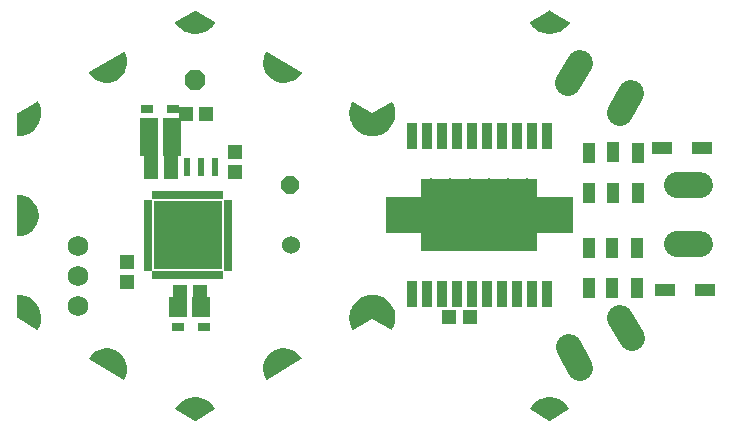
<source format=gbr>
G04 EAGLE Gerber RS-274X export*
G75*
%MOMM*%
%FSLAX34Y34*%
%LPD*%
%INSoldermask Bottom*%
%IPPOS*%
%AMOC8*
5,1,8,0,0,1.08239X$1,22.5*%
G01*
%ADD10R,0.603200X1.603197*%
%ADD11C,1.203200*%
%ADD12R,0.500381X0.753200*%
%ADD13R,0.753200X0.500381*%
%ADD14R,5.803200X5.803200*%
%ADD15P,1.869504X8X22.500000*%
%ADD16R,1.303200X1.203200*%
%ADD17R,1.203200X1.303200*%
%ADD18R,1.503200X1.703200*%
%ADD19C,1.727200*%
%ADD20R,0.903200X2.203200*%
%ADD21R,9.803200X6.203200*%
%ADD22R,3.253200X3.103200*%
%ADD23C,2.184400*%
%ADD24P,1.649562X8X113.700000*%
%ADD25C,1.524000*%
%ADD26R,1.003200X0.703200*%
%ADD27R,1.003200X1.803200*%
%ADD28R,1.803200X1.003200*%
%ADD29C,1.503200*%

G36*
X8Y154416D02*
X8Y154416D01*
X21Y154415D01*
X3071Y154657D01*
X3104Y154667D01*
X3150Y154670D01*
X6122Y155399D01*
X6153Y155413D01*
X6198Y155424D01*
X6262Y155451D01*
X7438Y155951D01*
X8614Y156450D01*
X9015Y156620D01*
X9043Y156639D01*
X9086Y156657D01*
X11674Y158290D01*
X11699Y158313D01*
X11738Y158338D01*
X14031Y160364D01*
X14052Y160391D01*
X14087Y160422D01*
X16025Y162790D01*
X16041Y162820D01*
X16071Y162856D01*
X17604Y165504D01*
X17615Y165536D01*
X17638Y165577D01*
X17691Y165716D01*
X17692Y165716D01*
X17692Y165717D01*
X18452Y167713D01*
X18452Y167714D01*
X18642Y168213D01*
X18727Y168436D01*
X18732Y168470D01*
X18749Y168514D01*
X19365Y171511D01*
X19365Y171545D01*
X19375Y171591D01*
X19501Y174648D01*
X19496Y174681D01*
X19498Y174728D01*
X19133Y177766D01*
X19123Y177798D01*
X19117Y177845D01*
X18269Y180785D01*
X18254Y180815D01*
X18241Y180860D01*
X16933Y183626D01*
X16915Y183649D01*
X16905Y183676D01*
X16856Y183728D01*
X16813Y183785D01*
X16789Y183800D01*
X16769Y183820D01*
X16703Y183849D01*
X16642Y183885D01*
X16613Y183889D01*
X16587Y183900D01*
X16515Y183901D01*
X16444Y183910D01*
X16417Y183903D01*
X16388Y183903D01*
X16294Y183868D01*
X16253Y183857D01*
X16245Y183850D01*
X16232Y183845D01*
X-19Y174489D01*
X-16270Y183845D01*
X-16297Y183854D01*
X-16320Y183871D01*
X-16391Y183885D01*
X-16458Y183908D01*
X-16487Y183906D01*
X-16515Y183912D01*
X-16585Y183898D01*
X-16657Y183892D01*
X-16682Y183879D01*
X-16710Y183874D01*
X-16769Y183834D01*
X-16833Y183801D01*
X-16851Y183778D01*
X-16875Y183762D01*
X-16933Y183680D01*
X-16959Y183647D01*
X-16962Y183637D01*
X-16970Y183626D01*
X-18279Y180860D01*
X-18287Y180827D01*
X-18307Y180785D01*
X-19155Y177845D01*
X-19157Y177811D01*
X-19171Y177766D01*
X-19536Y174728D01*
X-19533Y174694D01*
X-19539Y174648D01*
X-19412Y171591D01*
X-19404Y171558D01*
X-19402Y171511D01*
X-18787Y168514D01*
X-18773Y168482D01*
X-18764Y168436D01*
X-17676Y165577D01*
X-17658Y165548D01*
X-17641Y165504D01*
X-16108Y162856D01*
X-16086Y162831D01*
X-16062Y162790D01*
X-14124Y160422D01*
X-14098Y160401D01*
X-14069Y160364D01*
X-11776Y158338D01*
X-11747Y158321D01*
X-11712Y158290D01*
X-9124Y156657D01*
X-9092Y156645D01*
X-9052Y156620D01*
X-6236Y155424D01*
X-6203Y155417D01*
X-6160Y155399D01*
X-3188Y154670D01*
X-3154Y154669D01*
X-3109Y154657D01*
X-58Y154415D01*
X-30Y154418D01*
X-2Y154414D01*
X8Y154416D01*
G37*
G36*
X16548Y-9273D02*
X16548Y-9273D01*
X16619Y-9267D01*
X16644Y-9254D01*
X16673Y-9249D01*
X16732Y-9209D01*
X16795Y-9176D01*
X16814Y-9153D01*
X16837Y-9137D01*
X16895Y-9055D01*
X16922Y-9022D01*
X16925Y-9012D01*
X16933Y-9001D01*
X18241Y-6235D01*
X18249Y-6202D01*
X18269Y-6160D01*
X19117Y-3220D01*
X19120Y-3186D01*
X19133Y-3141D01*
X19498Y-103D01*
X19496Y-69D01*
X19501Y-23D01*
X19375Y3034D01*
X19366Y3067D01*
X19365Y3114D01*
X18749Y6111D01*
X18736Y6143D01*
X18727Y6189D01*
X17638Y9048D01*
X17620Y9077D01*
X17604Y9121D01*
X16071Y11769D01*
X16048Y11794D01*
X16025Y11835D01*
X14087Y14203D01*
X14061Y14224D01*
X14031Y14261D01*
X11738Y16287D01*
X11709Y16304D01*
X11674Y16335D01*
X9086Y17968D01*
X9054Y17980D01*
X9015Y18005D01*
X6198Y19201D01*
X6165Y19208D01*
X6122Y19226D01*
X3150Y19955D01*
X3116Y19956D01*
X3071Y19968D01*
X21Y20210D01*
X-7Y20207D01*
X-35Y20211D01*
X-45Y20209D01*
X-58Y20210D01*
X-3109Y19968D01*
X-3141Y19958D01*
X-3188Y19955D01*
X-6160Y19226D01*
X-6190Y19212D01*
X-6236Y19201D01*
X-6400Y19131D01*
X-7576Y18632D01*
X-8752Y18132D01*
X-9052Y18005D01*
X-9080Y17986D01*
X-9124Y17968D01*
X-11712Y16335D01*
X-11736Y16312D01*
X-11776Y16287D01*
X-14069Y14261D01*
X-14089Y14234D01*
X-14124Y14203D01*
X-16062Y11835D01*
X-16078Y11805D01*
X-16108Y11769D01*
X-17641Y9121D01*
X-17652Y9089D01*
X-17676Y9048D01*
X-18764Y6189D01*
X-18770Y6155D01*
X-18787Y6111D01*
X-19402Y3114D01*
X-19402Y3080D01*
X-19412Y3034D01*
X-19539Y-23D01*
X-19534Y-56D01*
X-19536Y-103D01*
X-19171Y-3141D01*
X-19160Y-3173D01*
X-19155Y-3220D01*
X-18307Y-6160D01*
X-18291Y-6190D01*
X-18279Y-6235D01*
X-16970Y-9001D01*
X-16953Y-9024D01*
X-16943Y-9051D01*
X-16894Y-9103D01*
X-16851Y-9160D01*
X-16826Y-9175D01*
X-16807Y-9195D01*
X-16741Y-9224D01*
X-16679Y-9260D01*
X-16651Y-9264D01*
X-16624Y-9275D01*
X-16553Y-9276D01*
X-16482Y-9285D01*
X-16454Y-9278D01*
X-16426Y-9278D01*
X-16331Y-9243D01*
X-16290Y-9232D01*
X-16282Y-9225D01*
X-16270Y-9220D01*
X-19Y136D01*
X16232Y-9220D01*
X16259Y-9229D01*
X16283Y-9246D01*
X16353Y-9260D01*
X16421Y-9283D01*
X16449Y-9281D01*
X16477Y-9287D01*
X16548Y-9273D01*
G37*
G36*
X-299991Y69816D02*
X-299991Y69816D01*
X-299978Y69815D01*
X-297179Y70047D01*
X-297146Y70057D01*
X-297098Y70060D01*
X-294376Y70750D01*
X-294345Y70765D01*
X-294298Y70776D01*
X-291727Y71904D01*
X-291699Y71924D01*
X-291655Y71943D01*
X-289304Y73479D01*
X-289279Y73504D01*
X-289239Y73530D01*
X-287173Y75431D01*
X-287161Y75448D01*
X-287148Y75457D01*
X-287138Y75473D01*
X-287117Y75492D01*
X-285393Y77708D01*
X-285378Y77739D01*
X-285348Y77777D01*
X-284012Y80246D01*
X-284001Y80279D01*
X-283978Y80322D01*
X-283067Y82977D01*
X-283062Y83012D01*
X-283047Y83057D01*
X-282584Y85826D01*
X-282586Y85861D01*
X-282578Y85909D01*
X-282578Y88716D01*
X-282584Y88750D01*
X-282584Y88799D01*
X-283047Y91568D01*
X-283059Y91600D01*
X-283067Y91648D01*
X-283978Y94303D01*
X-283996Y94333D01*
X-284012Y94379D01*
X-285348Y96848D01*
X-285370Y96875D01*
X-285393Y96917D01*
X-287117Y99133D01*
X-287144Y99156D01*
X-287173Y99194D01*
X-289239Y101095D01*
X-289269Y101113D01*
X-289304Y101146D01*
X-291655Y102682D01*
X-291687Y102694D01*
X-291727Y102721D01*
X-294298Y103849D01*
X-294332Y103856D01*
X-294376Y103875D01*
X-297098Y104565D01*
X-297133Y104566D01*
X-297179Y104578D01*
X-299978Y104810D01*
X-300006Y104807D01*
X-300035Y104811D01*
X-300104Y104795D01*
X-300175Y104787D01*
X-300200Y104772D01*
X-300229Y104765D01*
X-300286Y104723D01*
X-300348Y104688D01*
X-300365Y104665D01*
X-300389Y104648D01*
X-300425Y104587D01*
X-300468Y104530D01*
X-300475Y104502D01*
X-300490Y104477D01*
X-300507Y104378D01*
X-300517Y104337D01*
X-300516Y104326D01*
X-300518Y104313D01*
X-300518Y70313D01*
X-300512Y70284D01*
X-300515Y70255D01*
X-300493Y70187D01*
X-300478Y70118D01*
X-300462Y70094D01*
X-300453Y70066D01*
X-300406Y70012D01*
X-300366Y69954D01*
X-300341Y69938D01*
X-300322Y69916D01*
X-300258Y69885D01*
X-300198Y69847D01*
X-300170Y69842D01*
X-300143Y69829D01*
X-300044Y69821D01*
X-300002Y69814D01*
X-299991Y69816D01*
G37*
G36*
X-210253Y-51573D02*
X-210253Y-51573D01*
X-210182Y-51568D01*
X-210156Y-51554D01*
X-210127Y-51549D01*
X-210069Y-51509D01*
X-210005Y-51476D01*
X-209987Y-51454D01*
X-209963Y-51437D01*
X-209906Y-51356D01*
X-209879Y-51323D01*
X-209875Y-51312D01*
X-209867Y-51301D01*
X-208669Y-48765D01*
X-208661Y-48732D01*
X-208640Y-48688D01*
X-207875Y-45990D01*
X-207872Y-45956D01*
X-207859Y-45909D01*
X-207549Y-43122D01*
X-207551Y-43093D01*
X-207550Y-43083D01*
X-207551Y-43078D01*
X-207546Y-43039D01*
X-207699Y-40239D01*
X-207708Y-40206D01*
X-207710Y-40157D01*
X-208322Y-37420D01*
X-208336Y-37389D01*
X-208346Y-37342D01*
X-209400Y-34743D01*
X-209419Y-34714D01*
X-209437Y-34669D01*
X-210904Y-32279D01*
X-210928Y-32253D01*
X-210953Y-32212D01*
X-212794Y-30096D01*
X-212821Y-30075D01*
X-212853Y-30039D01*
X-215016Y-28254D01*
X-215047Y-28238D01*
X-215084Y-28207D01*
X-217512Y-26804D01*
X-217545Y-26793D01*
X-217586Y-26768D01*
X-220212Y-25783D01*
X-220246Y-25778D01*
X-220291Y-25761D01*
X-223044Y-25221D01*
X-223078Y-25222D01*
X-223126Y-25212D01*
X-225929Y-25133D01*
X-225963Y-25139D01*
X-226011Y-25138D01*
X-228789Y-25521D01*
X-228822Y-25532D01*
X-228870Y-25539D01*
X-231547Y-26374D01*
X-231578Y-26391D01*
X-231623Y-26405D01*
X-234127Y-27670D01*
X-234154Y-27691D01*
X-234197Y-27713D01*
X-236458Y-29373D01*
X-236481Y-29398D01*
X-236520Y-29427D01*
X-238477Y-31436D01*
X-238496Y-31465D01*
X-238529Y-31499D01*
X-240129Y-33803D01*
X-240140Y-33830D01*
X-240159Y-33852D01*
X-240179Y-33920D01*
X-240207Y-33985D01*
X-240208Y-34015D01*
X-240216Y-34043D01*
X-240208Y-34113D01*
X-240209Y-34184D01*
X-240197Y-34211D01*
X-240194Y-34240D01*
X-240159Y-34302D01*
X-240132Y-34368D01*
X-240111Y-34388D01*
X-240097Y-34414D01*
X-240020Y-34477D01*
X-239990Y-34507D01*
X-239979Y-34511D01*
X-239969Y-34520D01*
X-210569Y-51520D01*
X-210541Y-51529D01*
X-210517Y-51546D01*
X-210448Y-51560D01*
X-210380Y-51583D01*
X-210351Y-51581D01*
X-210323Y-51587D01*
X-210253Y-51573D01*
G37*
G36*
X-223126Y199837D02*
X-223126Y199837D01*
X-223092Y199845D01*
X-223044Y199846D01*
X-220291Y200386D01*
X-220259Y200399D01*
X-220212Y200408D01*
X-217586Y201393D01*
X-217557Y201412D01*
X-217512Y201429D01*
X-215084Y202832D01*
X-215058Y202855D01*
X-215016Y202879D01*
X-212853Y204664D01*
X-212831Y204691D01*
X-212794Y204721D01*
X-210953Y206837D01*
X-210936Y206868D01*
X-210904Y206904D01*
X-209437Y209294D01*
X-209425Y209327D01*
X-209400Y209368D01*
X-208346Y211967D01*
X-208340Y212001D01*
X-208322Y212045D01*
X-207710Y214782D01*
X-207710Y214817D01*
X-207699Y214864D01*
X-207546Y217664D01*
X-207551Y217699D01*
X-207549Y217747D01*
X-207859Y220534D01*
X-207870Y220567D01*
X-207875Y220615D01*
X-208640Y223313D01*
X-208656Y223344D01*
X-208669Y223390D01*
X-209867Y225926D01*
X-209885Y225949D01*
X-209895Y225977D01*
X-209944Y226028D01*
X-209986Y226085D01*
X-210012Y226100D01*
X-210032Y226121D01*
X-210097Y226149D01*
X-210158Y226185D01*
X-210187Y226189D01*
X-210214Y226201D01*
X-210285Y226201D01*
X-210356Y226210D01*
X-210384Y226203D01*
X-210413Y226203D01*
X-210506Y226168D01*
X-210547Y226157D01*
X-210556Y226150D01*
X-210569Y226145D01*
X-239969Y209145D01*
X-239990Y209125D01*
X-240017Y209113D01*
X-240064Y209060D01*
X-240118Y209013D01*
X-240130Y208987D01*
X-240150Y208965D01*
X-240173Y208897D01*
X-240203Y208833D01*
X-240204Y208804D01*
X-240214Y208777D01*
X-240209Y208706D01*
X-240212Y208635D01*
X-240202Y208607D01*
X-240200Y208578D01*
X-240157Y208488D01*
X-240142Y208448D01*
X-240135Y208440D01*
X-240129Y208428D01*
X-238529Y206124D01*
X-238504Y206100D01*
X-238477Y206061D01*
X-236520Y204052D01*
X-236491Y204032D01*
X-236458Y203998D01*
X-234197Y202338D01*
X-234165Y202324D01*
X-234127Y202295D01*
X-231623Y201030D01*
X-231590Y201021D01*
X-231547Y200999D01*
X-228870Y200164D01*
X-228835Y200160D01*
X-228789Y200146D01*
X-226011Y199763D01*
X-225977Y199765D01*
X-225929Y199758D01*
X-223126Y199837D01*
G37*
G36*
X-89654Y-51578D02*
X-89654Y-51578D01*
X-89625Y-51578D01*
X-89532Y-51543D01*
X-89491Y-51532D01*
X-89482Y-51525D01*
X-89469Y-51520D01*
X-60069Y-34520D01*
X-60047Y-34500D01*
X-60021Y-34488D01*
X-59973Y-34435D01*
X-59920Y-34388D01*
X-59907Y-34362D01*
X-59888Y-34340D01*
X-59865Y-34272D01*
X-59834Y-34208D01*
X-59833Y-34179D01*
X-59824Y-34152D01*
X-59829Y-34081D01*
X-59826Y-34010D01*
X-59836Y-33982D01*
X-59838Y-33953D01*
X-59880Y-33863D01*
X-59895Y-33823D01*
X-59903Y-33815D01*
X-59909Y-33803D01*
X-61508Y-31499D01*
X-61533Y-31475D01*
X-61561Y-31436D01*
X-63518Y-29427D01*
X-63546Y-29407D01*
X-63580Y-29373D01*
X-65841Y-27713D01*
X-65872Y-27699D01*
X-65911Y-27670D01*
X-68414Y-26405D01*
X-68447Y-26396D01*
X-68490Y-26374D01*
X-71168Y-25539D01*
X-71202Y-25535D01*
X-71248Y-25521D01*
X-74026Y-25138D01*
X-74061Y-25140D01*
X-74109Y-25133D01*
X-76912Y-25212D01*
X-76946Y-25220D01*
X-76994Y-25221D01*
X-79746Y-25761D01*
X-79778Y-25774D01*
X-79825Y-25783D01*
X-82451Y-26768D01*
X-82481Y-26787D01*
X-82526Y-26804D01*
X-84954Y-28207D01*
X-84980Y-28230D01*
X-85021Y-28254D01*
X-87185Y-30039D01*
X-87207Y-30066D01*
X-87244Y-30096D01*
X-89084Y-32212D01*
X-89102Y-32243D01*
X-89133Y-32279D01*
X-90600Y-34669D01*
X-90612Y-34702D01*
X-90638Y-34743D01*
X-91691Y-37342D01*
X-91698Y-37376D01*
X-91716Y-37420D01*
X-92327Y-40157D01*
X-92328Y-40192D01*
X-92338Y-40239D01*
X-92491Y-43039D01*
X-92486Y-43074D01*
X-92489Y-43122D01*
X-92178Y-45909D01*
X-92168Y-45942D01*
X-92163Y-45990D01*
X-91398Y-48688D01*
X-91382Y-48719D01*
X-91369Y-48765D01*
X-90170Y-51301D01*
X-90153Y-51324D01*
X-90142Y-51352D01*
X-90094Y-51403D01*
X-90051Y-51460D01*
X-90026Y-51475D01*
X-90006Y-51496D01*
X-89941Y-51524D01*
X-89879Y-51560D01*
X-89850Y-51564D01*
X-89824Y-51576D01*
X-89753Y-51576D01*
X-89682Y-51585D01*
X-89654Y-51578D01*
G37*
G36*
X-74074Y199764D02*
X-74074Y199764D01*
X-74026Y199763D01*
X-71248Y200146D01*
X-71215Y200157D01*
X-71168Y200164D01*
X-68490Y200999D01*
X-68460Y201016D01*
X-68414Y201030D01*
X-65911Y202295D01*
X-65884Y202316D01*
X-65841Y202338D01*
X-63580Y203998D01*
X-63557Y204023D01*
X-63518Y204052D01*
X-61561Y206061D01*
X-61542Y206090D01*
X-61508Y206124D01*
X-59909Y208428D01*
X-59897Y208455D01*
X-59879Y208477D01*
X-59858Y208545D01*
X-59830Y208610D01*
X-59830Y208640D01*
X-59822Y208668D01*
X-59829Y208738D01*
X-59829Y208809D01*
X-59840Y208836D01*
X-59843Y208865D01*
X-59878Y208927D01*
X-59906Y208993D01*
X-59926Y209013D01*
X-59941Y209039D01*
X-60017Y209102D01*
X-60048Y209132D01*
X-60058Y209136D01*
X-60069Y209145D01*
X-89469Y226145D01*
X-89497Y226154D01*
X-89520Y226171D01*
X-89590Y226185D01*
X-89657Y226208D01*
X-89686Y226206D01*
X-89715Y226212D01*
X-89785Y226198D01*
X-89856Y226193D01*
X-89882Y226179D01*
X-89910Y226174D01*
X-89969Y226134D01*
X-90032Y226101D01*
X-90051Y226079D01*
X-90075Y226062D01*
X-90132Y225981D01*
X-90159Y225948D01*
X-90162Y225937D01*
X-90170Y225926D01*
X-91369Y223390D01*
X-91377Y223357D01*
X-91398Y223313D01*
X-92163Y220615D01*
X-92165Y220581D01*
X-92178Y220534D01*
X-92489Y217747D01*
X-92486Y217719D01*
X-92487Y217714D01*
X-92486Y217709D01*
X-92491Y217664D01*
X-92338Y214864D01*
X-92330Y214831D01*
X-92327Y214782D01*
X-91716Y212045D01*
X-91702Y212014D01*
X-91691Y211967D01*
X-90638Y209368D01*
X-90618Y209339D01*
X-90600Y209294D01*
X-89133Y206904D01*
X-89110Y206878D01*
X-89084Y206837D01*
X-87244Y204721D01*
X-87216Y204700D01*
X-87185Y204664D01*
X-85021Y202879D01*
X-84991Y202863D01*
X-84954Y202832D01*
X-82526Y201429D01*
X-82493Y201418D01*
X-82451Y201393D01*
X-79825Y200408D01*
X-79791Y200403D01*
X-79746Y200386D01*
X-76994Y199846D01*
X-76959Y199847D01*
X-76912Y199837D01*
X-74109Y199758D01*
X-74074Y199764D01*
G37*
G36*
X-300010Y154377D02*
X-300010Y154377D01*
X-299997Y154375D01*
X-296941Y154622D01*
X-296908Y154632D01*
X-296861Y154635D01*
X-293884Y155369D01*
X-293854Y155383D01*
X-293808Y155394D01*
X-290987Y156596D01*
X-290959Y156615D01*
X-290916Y156633D01*
X-288325Y158272D01*
X-288300Y158296D01*
X-288260Y158321D01*
X-285965Y160354D01*
X-285945Y160381D01*
X-285910Y160412D01*
X-283970Y162787D01*
X-283955Y162817D01*
X-283925Y162853D01*
X-282392Y165508D01*
X-282381Y165541D01*
X-282357Y165581D01*
X-281270Y168448D01*
X-281264Y168481D01*
X-281248Y168525D01*
X-280634Y171529D01*
X-280634Y171563D01*
X-280625Y171609D01*
X-280501Y174673D01*
X-280507Y174706D01*
X-280504Y174753D01*
X-280874Y177797D01*
X-280885Y177829D01*
X-280890Y177876D01*
X-281743Y180821D01*
X-281759Y180851D01*
X-281772Y180896D01*
X-283086Y183666D01*
X-283103Y183689D01*
X-283114Y183716D01*
X-283163Y183768D01*
X-283205Y183825D01*
X-283230Y183840D01*
X-283250Y183861D01*
X-283316Y183889D01*
X-283377Y183925D01*
X-283406Y183929D01*
X-283433Y183940D01*
X-283504Y183941D01*
X-283575Y183950D01*
X-283603Y183942D01*
X-283631Y183942D01*
X-283725Y183907D01*
X-283766Y183896D01*
X-283775Y183889D01*
X-283787Y183884D01*
X-300265Y174345D01*
X-300322Y174293D01*
X-300384Y174248D01*
X-300396Y174228D01*
X-300413Y174213D01*
X-300446Y174143D01*
X-300486Y174077D01*
X-300490Y174052D01*
X-300499Y174033D01*
X-300501Y173989D01*
X-300514Y173913D01*
X-300536Y154874D01*
X-300531Y154845D01*
X-300533Y154816D01*
X-300511Y154749D01*
X-300497Y154679D01*
X-300481Y154655D01*
X-300472Y154627D01*
X-300425Y154573D01*
X-300385Y154515D01*
X-300360Y154499D01*
X-300341Y154477D01*
X-300277Y154446D01*
X-300217Y154407D01*
X-300189Y154403D01*
X-300163Y154390D01*
X-300063Y154381D01*
X-300021Y154374D01*
X-300010Y154377D01*
G37*
G36*
X-283472Y-9313D02*
X-283472Y-9313D01*
X-283401Y-9307D01*
X-283375Y-9294D01*
X-283346Y-9288D01*
X-283287Y-9248D01*
X-283224Y-9216D01*
X-283205Y-9193D01*
X-283181Y-9177D01*
X-283124Y-9095D01*
X-283097Y-9063D01*
X-283094Y-9052D01*
X-283086Y-9041D01*
X-281772Y-6271D01*
X-281763Y-6238D01*
X-281743Y-6196D01*
X-280890Y-3251D01*
X-280887Y-3217D01*
X-280874Y-3172D01*
X-280504Y-128D01*
X-280507Y-94D01*
X-280501Y-48D01*
X-280625Y3016D01*
X-280633Y3049D01*
X-280634Y3096D01*
X-281248Y6100D01*
X-281261Y6131D01*
X-281270Y6177D01*
X-282357Y9044D01*
X-282375Y9073D01*
X-282392Y9117D01*
X-283925Y11772D01*
X-283947Y11798D01*
X-283970Y11838D01*
X-285910Y14213D01*
X-285936Y14235D01*
X-285965Y14271D01*
X-288260Y16305D01*
X-288290Y16321D01*
X-288325Y16353D01*
X-290916Y17992D01*
X-290948Y18004D01*
X-290987Y18029D01*
X-293808Y19231D01*
X-293841Y19238D01*
X-293884Y19256D01*
X-296861Y19990D01*
X-296895Y19991D01*
X-296941Y20003D01*
X-299997Y20250D01*
X-300026Y20246D01*
X-300054Y20251D01*
X-300124Y20234D01*
X-300194Y20226D01*
X-300220Y20211D01*
X-300248Y20205D01*
X-300305Y20162D01*
X-300367Y20127D01*
X-300384Y20104D01*
X-300408Y20087D01*
X-300444Y20025D01*
X-300487Y19968D01*
X-300494Y19940D01*
X-300509Y19915D01*
X-300525Y19817D01*
X-300536Y19776D01*
X-300534Y19765D01*
X-300536Y19751D01*
X-300514Y712D01*
X-300498Y637D01*
X-300490Y560D01*
X-300478Y540D01*
X-300474Y517D01*
X-300430Y454D01*
X-300393Y387D01*
X-300373Y370D01*
X-300361Y353D01*
X-300323Y329D01*
X-300265Y280D01*
X-283787Y-9259D01*
X-283760Y-9268D01*
X-283736Y-9285D01*
X-283666Y-9300D01*
X-283599Y-9322D01*
X-283570Y-9320D01*
X-283542Y-9326D01*
X-283472Y-9313D01*
G37*
G36*
X149997Y-86377D02*
X149997Y-86377D01*
X150074Y-86378D01*
X150099Y-86369D01*
X150119Y-86367D01*
X150159Y-86347D01*
X150230Y-86320D01*
X166730Y-76820D01*
X166752Y-76801D01*
X166778Y-76789D01*
X166812Y-76751D01*
X166815Y-76749D01*
X166818Y-76745D01*
X166826Y-76736D01*
X166879Y-76689D01*
X166892Y-76663D01*
X166911Y-76641D01*
X166935Y-76574D01*
X166965Y-76509D01*
X166967Y-76480D01*
X166976Y-76453D01*
X166971Y-76382D01*
X166975Y-76311D01*
X166965Y-76284D01*
X166963Y-76255D01*
X166920Y-76164D01*
X166905Y-76124D01*
X166898Y-76116D01*
X166892Y-76104D01*
X165150Y-73580D01*
X165126Y-73557D01*
X165100Y-73518D01*
X162976Y-71307D01*
X162948Y-71288D01*
X162915Y-71254D01*
X160464Y-69412D01*
X160433Y-69397D01*
X160396Y-69369D01*
X157681Y-67944D01*
X157649Y-67934D01*
X157607Y-67912D01*
X154699Y-66941D01*
X154673Y-66938D01*
X154663Y-66937D01*
X154621Y-66922D01*
X151594Y-66430D01*
X151561Y-66432D01*
X151514Y-66424D01*
X148448Y-66424D01*
X148415Y-66431D01*
X148368Y-66430D01*
X145342Y-66922D01*
X145310Y-66934D01*
X145264Y-66941D01*
X142355Y-67912D01*
X142326Y-67929D01*
X142281Y-67944D01*
X139566Y-69369D01*
X139540Y-69390D01*
X139498Y-69412D01*
X137047Y-71254D01*
X137025Y-71279D01*
X136987Y-71307D01*
X134863Y-73518D01*
X134845Y-73547D01*
X134812Y-73580D01*
X133070Y-76104D01*
X133059Y-76131D01*
X133041Y-76153D01*
X133020Y-76221D01*
X132992Y-76287D01*
X132992Y-76316D01*
X132984Y-76343D01*
X132992Y-76415D01*
X132992Y-76486D01*
X133003Y-76512D01*
X133006Y-76541D01*
X133041Y-76603D01*
X133069Y-76669D01*
X133090Y-76689D01*
X133104Y-76714D01*
X133167Y-76766D01*
X133171Y-76772D01*
X133180Y-76777D01*
X133181Y-76778D01*
X133211Y-76808D01*
X133222Y-76812D01*
X133232Y-76820D01*
X149732Y-86320D01*
X149805Y-86344D01*
X149876Y-86375D01*
X149899Y-86376D01*
X149921Y-86383D01*
X149997Y-86377D01*
G37*
G36*
X-150003Y-86377D02*
X-150003Y-86377D01*
X-149926Y-86378D01*
X-149901Y-86369D01*
X-149881Y-86367D01*
X-149841Y-86347D01*
X-149770Y-86320D01*
X-133270Y-76820D01*
X-133248Y-76801D01*
X-133222Y-76789D01*
X-133188Y-76751D01*
X-133185Y-76749D01*
X-133182Y-76745D01*
X-133174Y-76736D01*
X-133121Y-76689D01*
X-133108Y-76663D01*
X-133089Y-76641D01*
X-133065Y-76574D01*
X-133035Y-76509D01*
X-133033Y-76480D01*
X-133024Y-76453D01*
X-133029Y-76382D01*
X-133025Y-76311D01*
X-133036Y-76284D01*
X-133038Y-76255D01*
X-133080Y-76164D01*
X-133095Y-76124D01*
X-133102Y-76116D01*
X-133108Y-76104D01*
X-134850Y-73580D01*
X-134874Y-73557D01*
X-134900Y-73518D01*
X-137025Y-71307D01*
X-137052Y-71288D01*
X-137085Y-71254D01*
X-139536Y-69412D01*
X-139567Y-69397D01*
X-139604Y-69369D01*
X-142319Y-67944D01*
X-142351Y-67934D01*
X-142393Y-67912D01*
X-145301Y-66941D01*
X-145327Y-66938D01*
X-145337Y-66937D01*
X-145379Y-66922D01*
X-148406Y-66430D01*
X-148439Y-66432D01*
X-148486Y-66424D01*
X-151552Y-66424D01*
X-151585Y-66431D01*
X-151632Y-66430D01*
X-154658Y-66922D01*
X-154690Y-66934D01*
X-154736Y-66941D01*
X-157645Y-67912D01*
X-157674Y-67929D01*
X-157719Y-67944D01*
X-160434Y-69369D01*
X-160460Y-69390D01*
X-160502Y-69412D01*
X-162953Y-71254D01*
X-162975Y-71279D01*
X-163013Y-71307D01*
X-165137Y-73518D01*
X-165155Y-73547D01*
X-165188Y-73580D01*
X-166930Y-76104D01*
X-166941Y-76131D01*
X-166959Y-76153D01*
X-166980Y-76221D01*
X-167008Y-76287D01*
X-167008Y-76316D01*
X-167016Y-76343D01*
X-167008Y-76415D01*
X-167008Y-76486D01*
X-166997Y-76512D01*
X-166994Y-76541D01*
X-166959Y-76603D01*
X-166931Y-76669D01*
X-166910Y-76689D01*
X-166896Y-76714D01*
X-166833Y-76766D01*
X-166829Y-76772D01*
X-166820Y-76777D01*
X-166819Y-76778D01*
X-166789Y-76808D01*
X-166778Y-76812D01*
X-166768Y-76820D01*
X-150268Y-86320D01*
X-150195Y-86344D01*
X-150124Y-86375D01*
X-150101Y-86376D01*
X-150079Y-86383D01*
X-150003Y-86377D01*
G37*
G36*
X-148452Y241056D02*
X-148452Y241056D01*
X-148406Y241055D01*
X-145379Y241547D01*
X-145347Y241559D01*
X-145301Y241566D01*
X-142393Y242537D01*
X-142363Y242554D01*
X-142319Y242569D01*
X-139604Y243994D01*
X-139578Y244015D01*
X-139536Y244037D01*
X-137085Y245879D01*
X-137062Y245904D01*
X-137025Y245932D01*
X-134900Y248143D01*
X-134882Y248172D01*
X-134850Y248205D01*
X-133108Y250729D01*
X-133097Y250756D01*
X-133078Y250778D01*
X-133058Y250846D01*
X-133030Y250912D01*
X-133030Y250941D01*
X-133021Y250968D01*
X-133029Y251040D01*
X-133029Y251111D01*
X-133040Y251137D01*
X-133044Y251166D01*
X-133079Y251228D01*
X-133106Y251294D01*
X-133127Y251314D01*
X-133141Y251339D01*
X-133218Y251403D01*
X-133249Y251433D01*
X-133259Y251437D01*
X-133270Y251445D01*
X-149770Y260945D01*
X-149842Y260969D01*
X-149913Y261000D01*
X-149936Y261001D01*
X-149958Y261008D01*
X-150035Y261002D01*
X-150112Y261003D01*
X-150136Y260994D01*
X-150157Y260992D01*
X-150196Y260972D01*
X-150268Y260945D01*
X-166768Y251445D01*
X-166790Y251426D01*
X-166816Y251414D01*
X-166864Y251361D01*
X-166917Y251314D01*
X-166930Y251288D01*
X-166949Y251266D01*
X-166972Y251199D01*
X-167003Y251134D01*
X-167004Y251105D01*
X-167014Y251078D01*
X-167009Y251007D01*
X-167012Y250936D01*
X-167002Y250909D01*
X-167000Y250880D01*
X-166958Y250789D01*
X-166943Y250749D01*
X-166935Y250741D01*
X-166930Y250729D01*
X-165188Y248205D01*
X-165163Y248182D01*
X-165137Y248143D01*
X-163013Y245932D01*
X-162985Y245913D01*
X-162953Y245879D01*
X-160502Y244037D01*
X-160471Y244022D01*
X-160434Y243994D01*
X-157719Y242569D01*
X-157686Y242559D01*
X-157645Y242537D01*
X-154736Y241566D01*
X-154703Y241562D01*
X-154658Y241547D01*
X-151632Y241055D01*
X-151598Y241057D01*
X-151552Y241049D01*
X-148486Y241049D01*
X-148452Y241056D01*
G37*
G36*
X151548Y241056D02*
X151548Y241056D01*
X151594Y241055D01*
X154621Y241547D01*
X154653Y241559D01*
X154699Y241566D01*
X157607Y242537D01*
X157637Y242554D01*
X157681Y242569D01*
X160396Y243994D01*
X160423Y244015D01*
X160464Y244037D01*
X162915Y245879D01*
X162938Y245904D01*
X162976Y245932D01*
X165100Y248143D01*
X165118Y248172D01*
X165150Y248205D01*
X166892Y250729D01*
X166904Y250756D01*
X166922Y250778D01*
X166942Y250846D01*
X166970Y250912D01*
X166970Y250941D01*
X166979Y250968D01*
X166971Y251040D01*
X166971Y251111D01*
X166960Y251137D01*
X166956Y251166D01*
X166921Y251228D01*
X166894Y251294D01*
X166873Y251314D01*
X166859Y251339D01*
X166782Y251403D01*
X166751Y251433D01*
X166741Y251437D01*
X166730Y251445D01*
X150230Y260945D01*
X150158Y260969D01*
X150087Y261000D01*
X150064Y261001D01*
X150042Y261008D01*
X149965Y261002D01*
X149888Y261003D01*
X149864Y260994D01*
X149844Y260992D01*
X149804Y260972D01*
X149732Y260945D01*
X133232Y251445D01*
X133211Y251426D01*
X133184Y251414D01*
X133137Y251361D01*
X133083Y251314D01*
X133071Y251288D01*
X133051Y251266D01*
X133028Y251199D01*
X132997Y251134D01*
X132996Y251105D01*
X132986Y251078D01*
X132991Y251007D01*
X132988Y250936D01*
X132998Y250909D01*
X133000Y250880D01*
X133042Y250789D01*
X133057Y250749D01*
X133065Y250741D01*
X133070Y250729D01*
X134812Y248205D01*
X134837Y248182D01*
X134863Y248143D01*
X136987Y245932D01*
X137015Y245913D01*
X137047Y245879D01*
X139498Y244037D01*
X139529Y244022D01*
X139566Y243994D01*
X142281Y242569D01*
X142314Y242559D01*
X142355Y242537D01*
X145264Y241566D01*
X145297Y241562D01*
X145342Y241547D01*
X148368Y241055D01*
X148402Y241057D01*
X148448Y241049D01*
X151514Y241049D01*
X151548Y241056D01*
G37*
D10*
X-133256Y128588D03*
X-145256Y128588D03*
X-157256Y128588D03*
D11*
X-150019Y252513D03*
X701Y164833D03*
X701Y9793D03*
X-150019Y-77888D03*
X-221519Y211213D03*
X-78519Y211213D03*
X-78519Y-36588D03*
X-221519Y-36588D03*
X149981Y252513D03*
X149981Y-77888D03*
X-293086Y169913D03*
X-293086Y4713D03*
X-293119Y87313D03*
D12*
X-183876Y104444D03*
X-178875Y104444D03*
X-173873Y104444D03*
X-168872Y104444D03*
X-163871Y104444D03*
X-158870Y104444D03*
X-153868Y104444D03*
X-148867Y104444D03*
X-143866Y104444D03*
X-138865Y104444D03*
X-133863Y104444D03*
X-128862Y104444D03*
D13*
X-122569Y98151D03*
X-122569Y93150D03*
X-122569Y88148D03*
X-122569Y83147D03*
X-122569Y78146D03*
X-122569Y73145D03*
X-122569Y68143D03*
X-122569Y63142D03*
X-122569Y58141D03*
X-122569Y53140D03*
X-122569Y48138D03*
X-122569Y43137D03*
D12*
X-128862Y36844D03*
X-133863Y36844D03*
X-138865Y36844D03*
X-143866Y36844D03*
X-148867Y36844D03*
X-153868Y36844D03*
X-158870Y36844D03*
X-163871Y36844D03*
X-168872Y36844D03*
X-173873Y36844D03*
X-178875Y36844D03*
X-183876Y36844D03*
D13*
X-190169Y43137D03*
X-190169Y48138D03*
X-190169Y53140D03*
X-190169Y58141D03*
X-190169Y63142D03*
X-190169Y68143D03*
X-190169Y73145D03*
X-190169Y78146D03*
X-190169Y83147D03*
X-190169Y88148D03*
X-190169Y93150D03*
X-190169Y98151D03*
D14*
X-156369Y70644D03*
D15*
X-150019Y202406D03*
D16*
X-207963Y48188D03*
X-207963Y31188D03*
D17*
X-157725Y173038D03*
X-140725Y173038D03*
X-116681Y124056D03*
X-116681Y141056D03*
D16*
X-187888Y134144D03*
X-170888Y134144D03*
X-187888Y123825D03*
X-170888Y123825D03*
X-163281Y22225D03*
X-146281Y22225D03*
D18*
X-188888Y146050D03*
X-169888Y146050D03*
X-188888Y161131D03*
X-169888Y161131D03*
X-164281Y10319D03*
X-145281Y10319D03*
D19*
X-249238Y61913D03*
X-249238Y36513D03*
X-249238Y11113D03*
D20*
X147638Y21106D03*
X134938Y21106D03*
X122238Y21106D03*
X109538Y21106D03*
X96838Y21106D03*
X84138Y21106D03*
X71438Y21106D03*
X58738Y21106D03*
X46038Y21106D03*
X33338Y21106D03*
X33338Y155106D03*
X46038Y155106D03*
X58738Y155106D03*
X71438Y155106D03*
X84138Y155106D03*
X96838Y155106D03*
X109538Y155106D03*
X122238Y155106D03*
X134938Y155106D03*
X147638Y155106D03*
D21*
X90488Y88106D03*
D22*
X153488Y88106D03*
X27488Y88106D03*
D16*
X82224Y1588D03*
X65224Y1588D03*
D23*
X166144Y-24268D02*
X176020Y-41442D01*
X219618Y-16372D02*
X209742Y802D01*
X209383Y174367D02*
X219319Y191507D01*
X175808Y216729D02*
X165872Y199589D01*
D24*
X-69588Y113501D03*
D25*
X-68524Y62712D03*
D23*
X257588Y62960D02*
X277400Y62960D01*
X277400Y113252D02*
X257588Y113252D01*
D26*
X-169181Y177800D03*
X-191181Y177800D03*
X-142194Y-7144D03*
X-164194Y-7144D03*
D27*
X203200Y25863D03*
X203200Y59863D03*
X223838Y25863D03*
X223838Y59863D03*
X224631Y140031D03*
X224631Y106031D03*
X203994Y140825D03*
X203994Y106825D03*
X183356Y59863D03*
X183356Y25863D03*
D28*
X281319Y24606D03*
X247319Y24606D03*
X278938Y144463D03*
X244938Y144463D03*
D27*
X183356Y106031D03*
X183356Y140031D03*
D29*
X49213Y111125D03*
X65881Y111125D03*
X82550Y111125D03*
X98425Y111125D03*
X115094Y111125D03*
X130969Y111125D03*
X20638Y95250D03*
X37306Y95250D03*
X53181Y95250D03*
X69056Y95250D03*
X84138Y95250D03*
X98425Y95250D03*
X115094Y95250D03*
X130969Y95250D03*
X161131Y95250D03*
X161131Y80963D03*
X130969Y80169D03*
X115094Y80963D03*
X98425Y80963D03*
X84138Y80169D03*
X69056Y80169D03*
X53975Y80169D03*
X38100Y80169D03*
X21431Y80169D03*
X52388Y65881D03*
X67469Y65881D03*
X84138Y65881D03*
X100013Y65881D03*
X115888Y65881D03*
X130969Y65881D03*
X146844Y95250D03*
X146844Y80963D03*
M02*

</source>
